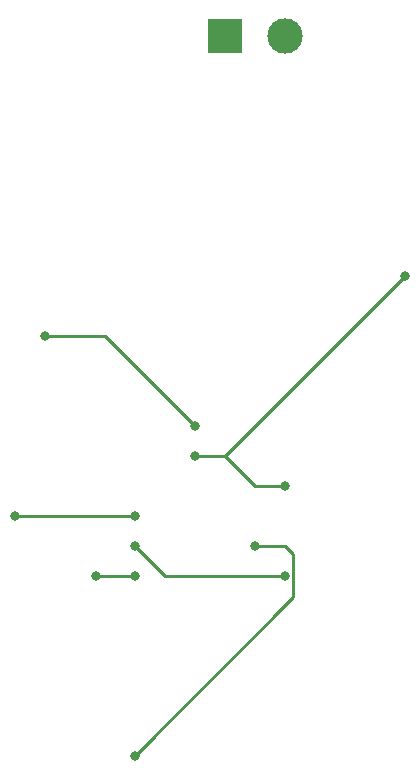
<source format=gbr>
%TF.GenerationSoftware,KiCad,Pcbnew,(6.0.10)*%
%TF.CreationDate,2023-02-17T15:23:00-08:00*%
%TF.ProjectId,Exercise 2 lab 6,45786572-6369-4736-9520-32206c616220,rev?*%
%TF.SameCoordinates,Original*%
%TF.FileFunction,Copper,L2,Bot*%
%TF.FilePolarity,Positive*%
%FSLAX46Y46*%
G04 Gerber Fmt 4.6, Leading zero omitted, Abs format (unit mm)*
G04 Created by KiCad (PCBNEW (6.0.10)) date 2023-02-17 15:23:00*
%MOMM*%
%LPD*%
G01*
G04 APERTURE LIST*
%TA.AperFunction,ComponentPad*%
%ADD10R,3.000000X3.000000*%
%TD*%
%TA.AperFunction,ComponentPad*%
%ADD11C,3.000000*%
%TD*%
%TA.AperFunction,ViaPad*%
%ADD12C,0.800000*%
%TD*%
%TA.AperFunction,Conductor*%
%ADD13C,0.250000*%
%TD*%
G04 APERTURE END LIST*
D10*
%TO.P,J1,1,Pin_1*%
%TO.N,+9V*%
X119380000Y-58420000D03*
D11*
%TO.P,J1,2,Pin_2*%
%TO.N,GND*%
X124460000Y-58420000D03*
%TD*%
D12*
%TO.N,/pin_2*%
X111760000Y-99060000D03*
X101600000Y-99060000D03*
%TO.N,Net-(C2-Pad1)*%
X111760000Y-119380000D03*
X121920000Y-101600000D03*
%TO.N,+9V*%
X124460000Y-96520000D03*
X108495500Y-104140000D03*
X116840000Y-93980000D03*
X111760000Y-104140000D03*
X134620000Y-78740000D03*
%TO.N,/pin_7*%
X116840000Y-91440000D03*
X104140000Y-83820000D03*
%TO.N,/pin_3*%
X124460000Y-104140000D03*
X111760000Y-101600000D03*
%TD*%
D13*
%TO.N,/pin_2*%
X101600000Y-99060000D02*
X111760000Y-99060000D01*
%TO.N,Net-(C2-Pad1)*%
X125185000Y-105955000D02*
X125185000Y-102325000D01*
X125185000Y-102325000D02*
X124460000Y-101600000D01*
X111760000Y-119380000D02*
X125185000Y-105955000D01*
X124460000Y-101600000D02*
X121920000Y-101600000D01*
%TO.N,+9V*%
X108495500Y-104140000D02*
X111760000Y-104140000D01*
X119380000Y-93980000D02*
X116840000Y-93980000D01*
X134620000Y-78740000D02*
X119380000Y-93980000D01*
X121920000Y-96520000D02*
X119380000Y-93980000D01*
X124460000Y-96520000D02*
X121920000Y-96520000D01*
%TO.N,/pin_7*%
X116840000Y-91440000D02*
X109220000Y-83820000D01*
X109220000Y-83820000D02*
X104140000Y-83820000D01*
%TO.N,/pin_3*%
X114300000Y-104140000D02*
X111760000Y-101600000D01*
X124460000Y-104140000D02*
X114300000Y-104140000D01*
%TD*%
M02*

</source>
